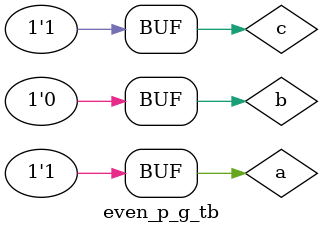
<source format=v>
module even_p_g(
input a,b,c,
output p);
assign p=~(a^b^c);
endmodule

//testbench code
module  even_p_g_tb;
reg a,b,c;
wire p;
even_p_g uut(a,b,c,p);
initial begin
$dumpfile("even_p_g.vcd");
$dumpvars(1,even_p_g_tb);
end

initial begin
$monitor("Time=%0t|A=%b|B=%b|C=%b|P=%b",$time,a,b,c,p);
end

initial begin
a=0;b=1;c=1;#10;
a=1;b=1;c=1;#10;
a=0;b=0;c=1;#10;
a=1;b=1;c=1;#10;
a=1;b=0;c=0;#10;
a=1;b=0;c=1;#10;
end
endmodule

</source>
